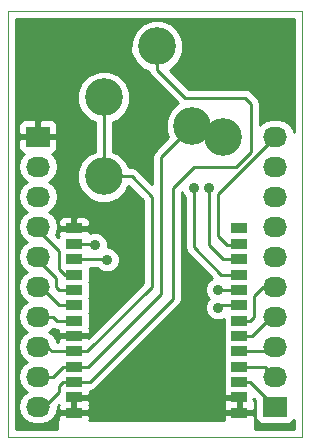
<source format=gbr>
%FSLAX46Y46*%
G04 Gerber Fmt 4.6, Leading zero omitted, Abs format (unit mm)*
G04 Created by KiCad (PCBNEW (2014-jul-16 BZR unknown)-product) date Thu 25 Sep 2014 17:50:32 CEST*
%MOMM*%
G01*
G04 APERTURE LIST*
%ADD10C,0.150000*%
%ADD11C,0.100000*%
%ADD12C,3.200400*%
%ADD13R,2.032000X1.727200*%
%ADD14O,2.032000X1.727200*%
%ADD15R,1.400000X0.900000*%
%ADD16C,0.889000*%
%ADD17C,0.254000*%
G04 APERTURE END LIST*
D10*
D11*
X208534000Y-165354000D02*
X208534000Y-129286000D01*
X233426000Y-165354000D02*
X208534000Y-165354000D01*
X233426000Y-129286000D02*
X233426000Y-165354000D01*
X208534000Y-129286000D02*
X233426000Y-129286000D01*
D12*
X221142560Y-132313680D03*
X216641680Y-136613900D03*
X216641680Y-143314420D03*
X224142300Y-139014200D03*
X226743260Y-140014960D03*
D13*
X231140000Y-162814000D03*
D14*
X231140000Y-160274000D03*
X231140000Y-157734000D03*
X231140000Y-155194000D03*
X231140000Y-152654000D03*
X231140000Y-150114000D03*
X231140000Y-147574000D03*
X231140000Y-145034000D03*
X231140000Y-142494000D03*
X231140000Y-139954000D03*
D13*
X211074000Y-139954000D03*
D14*
X211074000Y-142494000D03*
X211074000Y-145034000D03*
X211074000Y-147574000D03*
X211074000Y-150114000D03*
X211074000Y-152654000D03*
X211074000Y-155194000D03*
X211074000Y-157734000D03*
X211074000Y-160274000D03*
X211074000Y-162814000D03*
D15*
X214122000Y-163322000D03*
X214122000Y-162022000D03*
X214122000Y-160722000D03*
X214122000Y-159422000D03*
X214122000Y-158122000D03*
X214122000Y-156822000D03*
X214122000Y-155522000D03*
X214122000Y-154222000D03*
X214122000Y-152922000D03*
X214122000Y-151622000D03*
X214122000Y-150322000D03*
X214122000Y-149022000D03*
X214122000Y-147722000D03*
X228122000Y-147722000D03*
X228122000Y-149022000D03*
X228122000Y-150322000D03*
X228122000Y-151622000D03*
X228122000Y-152922000D03*
X228122000Y-154222000D03*
X228122000Y-155522000D03*
X228122000Y-156822000D03*
X228122000Y-158122000D03*
X228122000Y-159422000D03*
X228122000Y-160722000D03*
X228122000Y-162022000D03*
X228122000Y-163322000D03*
D16*
X226314000Y-154432000D03*
X226314000Y-152908000D03*
X224282000Y-144272000D03*
X225552000Y-144272000D03*
X215900000Y-149098000D03*
X216916000Y-150368000D03*
D17*
X210820000Y-162814000D02*
X211582000Y-162814000D01*
X211582000Y-162814000D02*
X212852000Y-161544000D01*
X212852000Y-161544000D02*
X212852000Y-161036000D01*
X212852000Y-161036000D02*
X213166000Y-160722000D01*
X213166000Y-160722000D02*
X214122000Y-160722000D01*
X215392000Y-160722000D02*
X215452000Y-160722000D01*
X215452000Y-160722000D02*
X222504000Y-153670000D01*
X222504000Y-153670000D02*
X222504000Y-144272000D01*
X222504000Y-144272000D02*
X223012000Y-143764000D01*
X221142560Y-132313680D02*
X221142560Y-134274560D01*
X223520000Y-136652000D02*
X228600000Y-136652000D01*
X221142560Y-134274560D02*
X223520000Y-136652000D01*
X224282000Y-142494000D02*
X227838000Y-142494000D01*
X223012000Y-143764000D02*
X224282000Y-142494000D01*
X228600000Y-136652000D02*
X229108000Y-137160000D01*
X229108000Y-137160000D02*
X229108000Y-141224000D01*
X229108000Y-141224000D02*
X227838000Y-142494000D01*
X215392000Y-160722000D02*
X214122000Y-160722000D01*
X214062000Y-160782000D02*
X214122000Y-160722000D01*
X210820000Y-157734000D02*
X211836000Y-157734000D01*
X211836000Y-157734000D02*
X212224000Y-158122000D01*
X212224000Y-158122000D02*
X214122000Y-158122000D01*
X213480000Y-158122000D02*
X214122000Y-158122000D01*
X214122000Y-158122000D02*
X215258000Y-158122000D01*
X215258000Y-158122000D02*
X220726000Y-152654000D01*
X219006420Y-143314420D02*
X216641680Y-143314420D01*
X220726000Y-145034000D02*
X219006420Y-143314420D01*
X220726000Y-152654000D02*
X220726000Y-145034000D01*
X216641680Y-136613900D02*
X216641680Y-143314420D01*
X216408000Y-143548100D02*
X216641680Y-143314420D01*
X214002000Y-158242000D02*
X214122000Y-158122000D01*
X210820000Y-160274000D02*
X212344000Y-160274000D01*
X212344000Y-160274000D02*
X213196000Y-159422000D01*
X213196000Y-159422000D02*
X214122000Y-159422000D01*
X213450000Y-159422000D02*
X214122000Y-159422000D01*
X224142300Y-139014200D02*
X225742500Y-139014200D01*
X225742500Y-139014200D02*
X226743260Y-140014960D01*
X214122000Y-159422000D02*
X215302000Y-159422000D01*
X221488000Y-141668500D02*
X224142300Y-139014200D01*
X221488000Y-153236000D02*
X221488000Y-141668500D01*
X215302000Y-159422000D02*
X221488000Y-153236000D01*
X224142300Y-139014200D02*
X223088200Y-139014200D01*
X229048000Y-160722000D02*
X231140000Y-162814000D01*
X228122000Y-160722000D02*
X229048000Y-160722000D01*
X230288000Y-159422000D02*
X231140000Y-160274000D01*
X228122000Y-159422000D02*
X230288000Y-159422000D01*
X230752000Y-158122000D02*
X231140000Y-157734000D01*
X228122000Y-158122000D02*
X230752000Y-158122000D01*
X229212000Y-156822000D02*
X230840000Y-155194000D01*
X230840000Y-155194000D02*
X231140000Y-155194000D01*
X228122000Y-156822000D02*
X229212000Y-156822000D01*
X230124000Y-152654000D02*
X231140000Y-152654000D01*
X228122000Y-155522000D02*
X229034000Y-155522000D01*
X229362000Y-153416000D02*
X230124000Y-152654000D01*
X229362000Y-155194000D02*
X229362000Y-153416000D01*
X229034000Y-155522000D02*
X229362000Y-155194000D01*
X226314000Y-154432000D02*
X226524000Y-154222000D01*
X226524000Y-154222000D02*
X228122000Y-154222000D01*
X226314000Y-152908000D02*
X226328000Y-152922000D01*
X226328000Y-152922000D02*
X228122000Y-152922000D01*
X228122000Y-151622000D02*
X226584000Y-151622000D01*
X224282000Y-149320000D02*
X224282000Y-144272000D01*
X226584000Y-151622000D02*
X224282000Y-149320000D01*
X230378000Y-142494000D02*
X231140000Y-142494000D01*
X228122000Y-150322000D02*
X226776000Y-150322000D01*
X225552000Y-149098000D02*
X225552000Y-144272000D01*
X226776000Y-150322000D02*
X225552000Y-149098000D01*
X227076000Y-149098000D02*
X228046000Y-149098000D01*
X228046000Y-149098000D02*
X228122000Y-149022000D01*
X231140000Y-139954000D02*
X226314000Y-144780000D01*
X226314000Y-148336000D02*
X227076000Y-149098000D01*
X226314000Y-144780000D02*
X226314000Y-148336000D01*
X215824000Y-149022000D02*
X214122000Y-149022000D01*
X214122000Y-149022000D02*
X213538000Y-149022000D01*
X215900000Y-149098000D02*
X215824000Y-149022000D01*
X214122000Y-150322000D02*
X216870000Y-150322000D01*
X216870000Y-150322000D02*
X216916000Y-150368000D01*
X211836000Y-148590000D02*
X212852000Y-149606000D01*
X212852000Y-149606000D02*
X212852000Y-151130000D01*
X211836000Y-148590000D02*
X210820000Y-147574000D01*
X212852000Y-151130000D02*
X213344000Y-151622000D01*
X214122000Y-151622000D02*
X213344000Y-151622000D01*
X214106000Y-151638000D02*
X214122000Y-151622000D01*
X210820000Y-150114000D02*
X212598000Y-151892000D01*
X210820000Y-150114000D02*
X211328000Y-150114000D01*
X212598000Y-151892000D02*
X212598000Y-152146000D01*
X212598000Y-152654000D02*
X212598000Y-152146000D01*
X212866000Y-152922000D02*
X214122000Y-152922000D01*
X212598000Y-152654000D02*
X212866000Y-152922000D01*
X214108000Y-152908000D02*
X214122000Y-152922000D01*
X212852000Y-154178000D02*
X214078000Y-154178000D01*
X214078000Y-154178000D02*
X214122000Y-154222000D01*
X210820000Y-152654000D02*
X211328000Y-152654000D01*
X211328000Y-152654000D02*
X212852000Y-154178000D01*
X212672000Y-155522000D02*
X214122000Y-155522000D01*
X214122000Y-155522000D02*
X213286000Y-155522000D01*
X210820000Y-155194000D02*
X212344000Y-155194000D01*
X212344000Y-155194000D02*
X212672000Y-155522000D01*
G36*
X232741000Y-164669000D02*
X229489000Y-164669000D01*
X229489000Y-163957000D01*
X229432689Y-163957000D01*
X229457000Y-163898310D01*
X229457000Y-163645691D01*
X229457000Y-163607750D01*
X229298250Y-163449000D01*
X228249000Y-163449000D01*
X228249000Y-163469000D01*
X227995000Y-163469000D01*
X227995000Y-163449000D01*
X227995000Y-163195000D01*
X227995000Y-162948250D01*
X227995000Y-162395750D01*
X227995000Y-162149000D01*
X226945750Y-162149000D01*
X226787000Y-162307750D01*
X226787000Y-162345691D01*
X226787000Y-162598310D01*
X226817523Y-162672000D01*
X226787000Y-162745690D01*
X226787000Y-162998309D01*
X226787000Y-163036250D01*
X226945750Y-163195000D01*
X227995000Y-163195000D01*
X227995000Y-163449000D01*
X226945750Y-163449000D01*
X226787000Y-163607750D01*
X226787000Y-163645691D01*
X226787000Y-163898310D01*
X226811310Y-163957000D01*
X215432689Y-163957000D01*
X215457000Y-163898310D01*
X215457000Y-163645691D01*
X215457000Y-163607750D01*
X215457000Y-163036250D01*
X215457000Y-162998309D01*
X215457000Y-162745690D01*
X215426476Y-162672000D01*
X215457000Y-162598310D01*
X215457000Y-162345691D01*
X215457000Y-162307750D01*
X215298250Y-162149000D01*
X214249000Y-162149000D01*
X214249000Y-162395750D01*
X214249000Y-162948250D01*
X214249000Y-163195000D01*
X215298250Y-163195000D01*
X215457000Y-163036250D01*
X215457000Y-163607750D01*
X215298250Y-163449000D01*
X214249000Y-163449000D01*
X214249000Y-163469000D01*
X213995000Y-163469000D01*
X213995000Y-163449000D01*
X212945750Y-163449000D01*
X212787000Y-163607750D01*
X212787000Y-163645691D01*
X212787000Y-163898310D01*
X212811310Y-163957000D01*
X212725000Y-163957000D01*
X212725000Y-164669000D01*
X209219000Y-164669000D01*
X209219000Y-129971000D01*
X232741000Y-129971000D01*
X232741000Y-139540023D01*
X232709271Y-139380511D01*
X232384415Y-138894330D01*
X231898234Y-138569474D01*
X231324745Y-138455400D01*
X230955255Y-138455400D01*
X230381766Y-138569474D01*
X229895585Y-138894330D01*
X229870000Y-138932620D01*
X229870000Y-137160000D01*
X229811996Y-136868395D01*
X229646815Y-136621185D01*
X229646815Y-136621184D01*
X229138815Y-136113185D01*
X228891605Y-135948004D01*
X228600000Y-135890000D01*
X223835630Y-135890000D01*
X222228923Y-134283293D01*
X222407045Y-134209695D01*
X223036365Y-133581472D01*
X223377371Y-132760239D01*
X223378147Y-131871022D01*
X223038575Y-131049195D01*
X222410352Y-130419875D01*
X221589119Y-130078869D01*
X220699902Y-130078093D01*
X219878075Y-130417665D01*
X219248755Y-131045888D01*
X218907749Y-131867121D01*
X218906973Y-132756338D01*
X219246545Y-133578165D01*
X219874768Y-134207485D01*
X220411554Y-134430378D01*
X220438564Y-134566165D01*
X220603745Y-134813375D01*
X222899567Y-137109197D01*
X222877815Y-137118185D01*
X222248495Y-137746408D01*
X221907489Y-138567641D01*
X221906713Y-139456858D01*
X222115853Y-139963016D01*
X220949185Y-141129685D01*
X220784004Y-141376895D01*
X220726000Y-141668500D01*
X220726000Y-143956369D01*
X219545235Y-142775605D01*
X219298025Y-142610424D01*
X219006420Y-142552420D01*
X218745317Y-142552420D01*
X218537695Y-142049935D01*
X217909472Y-141420615D01*
X217403680Y-141210591D01*
X217403680Y-138717537D01*
X217906165Y-138509915D01*
X218535485Y-137881692D01*
X218876491Y-137060459D01*
X218877267Y-136171242D01*
X218537695Y-135349415D01*
X217909472Y-134720095D01*
X217088239Y-134379089D01*
X216199022Y-134378313D01*
X215377195Y-134717885D01*
X214747875Y-135346108D01*
X214406869Y-136167341D01*
X214406093Y-137056558D01*
X214745665Y-137878385D01*
X215373888Y-138507705D01*
X215879680Y-138717728D01*
X215879680Y-141210782D01*
X215377195Y-141418405D01*
X214747875Y-142046628D01*
X214406869Y-142867861D01*
X214406093Y-143757078D01*
X214745665Y-144578905D01*
X215373888Y-145208225D01*
X216195121Y-145549231D01*
X217084338Y-145550007D01*
X217906165Y-145210435D01*
X218535485Y-144582212D01*
X218729453Y-144115083D01*
X219964000Y-145349630D01*
X219964000Y-152338369D01*
X215325809Y-156976559D01*
X215298250Y-156949000D01*
X214249000Y-156949000D01*
X214249000Y-156969000D01*
X213995000Y-156969000D01*
X213995000Y-156949000D01*
X212945750Y-156949000D01*
X212787000Y-157107750D01*
X212787000Y-157145691D01*
X212787000Y-157360000D01*
X212682951Y-157360000D01*
X212643271Y-157160511D01*
X212318415Y-156674330D01*
X212003634Y-156464000D01*
X212318415Y-156253670D01*
X212350329Y-156205906D01*
X212380395Y-156225996D01*
X212672000Y-156284000D01*
X212787000Y-156284000D01*
X212787000Y-156498309D01*
X212787000Y-156536250D01*
X212945750Y-156695000D01*
X213995000Y-156695000D01*
X213995000Y-156675000D01*
X214249000Y-156675000D01*
X214249000Y-156695000D01*
X215298250Y-156695000D01*
X215457000Y-156536250D01*
X215457000Y-156498309D01*
X215457000Y-156245690D01*
X215426476Y-156172000D01*
X215457000Y-156098310D01*
X215457000Y-155845691D01*
X215457000Y-154945691D01*
X215426476Y-154872000D01*
X215457000Y-154798310D01*
X215457000Y-154545691D01*
X215457000Y-153645691D01*
X215426476Y-153572000D01*
X215457000Y-153498310D01*
X215457000Y-153245691D01*
X215457000Y-152345691D01*
X215426476Y-152272000D01*
X215457000Y-152198310D01*
X215457000Y-151945691D01*
X215457000Y-151084000D01*
X216105438Y-151084000D01*
X216303714Y-151282622D01*
X216700332Y-151447313D01*
X217129784Y-151447687D01*
X217526689Y-151283689D01*
X217830622Y-150980286D01*
X217995313Y-150583668D01*
X217995687Y-150154216D01*
X217831689Y-149757311D01*
X217528286Y-149453378D01*
X217131668Y-149288687D01*
X216979334Y-149288554D01*
X216979687Y-148884216D01*
X216815689Y-148487311D01*
X216512286Y-148183378D01*
X216115668Y-148018687D01*
X215686216Y-148018313D01*
X215457000Y-148113023D01*
X215457000Y-148045691D01*
X215457000Y-148007750D01*
X215457000Y-147436250D01*
X215457000Y-147398309D01*
X215457000Y-147145690D01*
X215360327Y-146912301D01*
X215181698Y-146733673D01*
X214948309Y-146637000D01*
X214407750Y-146637000D01*
X214249000Y-146795750D01*
X214249000Y-147595000D01*
X215298250Y-147595000D01*
X215457000Y-147436250D01*
X215457000Y-148007750D01*
X215298250Y-147849000D01*
X214249000Y-147849000D01*
X214249000Y-147869000D01*
X213995000Y-147869000D01*
X213995000Y-147849000D01*
X213995000Y-147595000D01*
X213995000Y-146795750D01*
X213836250Y-146637000D01*
X213295691Y-146637000D01*
X213062302Y-146733673D01*
X212883673Y-146912301D01*
X212787000Y-147145690D01*
X212787000Y-147398309D01*
X212787000Y-147436250D01*
X212945750Y-147595000D01*
X213995000Y-147595000D01*
X213995000Y-147849000D01*
X212945750Y-147849000D01*
X212787000Y-148007750D01*
X212787000Y-148045691D01*
X212787000Y-148298310D01*
X212817523Y-148372000D01*
X212787000Y-148445690D01*
X212787000Y-148463370D01*
X212574316Y-148250686D01*
X212643271Y-148147489D01*
X212757345Y-147574000D01*
X212643271Y-147000511D01*
X212318415Y-146514330D01*
X212003634Y-146304000D01*
X212318415Y-146093670D01*
X212643271Y-145607489D01*
X212757345Y-145034000D01*
X212643271Y-144460511D01*
X212318415Y-143974330D01*
X212003634Y-143764000D01*
X212318415Y-143553670D01*
X212643271Y-143067489D01*
X212757345Y-142494000D01*
X212643271Y-141920511D01*
X212318415Y-141434330D01*
X212296220Y-141419500D01*
X212449699Y-141355927D01*
X212628327Y-141177298D01*
X212725000Y-140943909D01*
X212725000Y-140239750D01*
X212725000Y-139668250D01*
X212725000Y-138964091D01*
X212628327Y-138730702D01*
X212449699Y-138552073D01*
X212216310Y-138455400D01*
X211963691Y-138455400D01*
X211359750Y-138455400D01*
X211201000Y-138614150D01*
X211201000Y-139827000D01*
X212566250Y-139827000D01*
X212725000Y-139668250D01*
X212725000Y-140239750D01*
X212566250Y-140081000D01*
X211201000Y-140081000D01*
X211201000Y-140101000D01*
X210947000Y-140101000D01*
X210947000Y-140081000D01*
X210947000Y-139827000D01*
X210947000Y-138614150D01*
X210788250Y-138455400D01*
X210184309Y-138455400D01*
X209931690Y-138455400D01*
X209698301Y-138552073D01*
X209519673Y-138730702D01*
X209423000Y-138964091D01*
X209423000Y-139668250D01*
X209581750Y-139827000D01*
X210947000Y-139827000D01*
X210947000Y-140081000D01*
X209581750Y-140081000D01*
X209423000Y-140239750D01*
X209423000Y-140943909D01*
X209519673Y-141177298D01*
X209698301Y-141355927D01*
X209851779Y-141419500D01*
X209829585Y-141434330D01*
X209504729Y-141920511D01*
X209390655Y-142494000D01*
X209504729Y-143067489D01*
X209829585Y-143553670D01*
X210144365Y-143764000D01*
X209829585Y-143974330D01*
X209504729Y-144460511D01*
X209390655Y-145034000D01*
X209504729Y-145607489D01*
X209829585Y-146093670D01*
X210144365Y-146304000D01*
X209829585Y-146514330D01*
X209504729Y-147000511D01*
X209390655Y-147574000D01*
X209504729Y-148147489D01*
X209829585Y-148633670D01*
X210144365Y-148844000D01*
X209829585Y-149054330D01*
X209504729Y-149540511D01*
X209390655Y-150114000D01*
X209504729Y-150687489D01*
X209829585Y-151173670D01*
X210144365Y-151384000D01*
X209829585Y-151594330D01*
X209504729Y-152080511D01*
X209390655Y-152654000D01*
X209504729Y-153227489D01*
X209829585Y-153713670D01*
X210144365Y-153924000D01*
X209829585Y-154134330D01*
X209504729Y-154620511D01*
X209390655Y-155194000D01*
X209504729Y-155767489D01*
X209829585Y-156253670D01*
X210144365Y-156464000D01*
X209829585Y-156674330D01*
X209504729Y-157160511D01*
X209390655Y-157734000D01*
X209504729Y-158307489D01*
X209829585Y-158793670D01*
X210144365Y-159004000D01*
X209829585Y-159214330D01*
X209504729Y-159700511D01*
X209390655Y-160274000D01*
X209504729Y-160847489D01*
X209829585Y-161333670D01*
X210144365Y-161544000D01*
X209829585Y-161754330D01*
X209504729Y-162240511D01*
X209390655Y-162814000D01*
X209504729Y-163387489D01*
X209829585Y-163873670D01*
X210315766Y-164198526D01*
X210889255Y-164312600D01*
X211258745Y-164312600D01*
X211832234Y-164198526D01*
X212318415Y-163873670D01*
X212643271Y-163387489D01*
X212757345Y-162814000D01*
X212741133Y-162732497D01*
X212812868Y-162660762D01*
X212817523Y-162672000D01*
X212787000Y-162745690D01*
X212787000Y-162998309D01*
X212787000Y-163036250D01*
X212945750Y-163195000D01*
X213995000Y-163195000D01*
X213995000Y-162948250D01*
X213995000Y-162395750D01*
X213995000Y-162149000D01*
X213975000Y-162149000D01*
X213975000Y-161895000D01*
X213995000Y-161895000D01*
X213995000Y-161875000D01*
X214249000Y-161875000D01*
X214249000Y-161895000D01*
X215298250Y-161895000D01*
X215457000Y-161736250D01*
X215457000Y-161698309D01*
X215457000Y-161483005D01*
X215743604Y-161425996D01*
X215743605Y-161425996D01*
X215990815Y-161260815D01*
X223042815Y-154208815D01*
X223207996Y-153961605D01*
X223265999Y-153670000D01*
X223266000Y-153670000D01*
X223266000Y-144639918D01*
X223366311Y-144882689D01*
X223520000Y-145036646D01*
X223520000Y-149320000D01*
X223578004Y-149611605D01*
X223743185Y-149858815D01*
X225825990Y-151941620D01*
X225703311Y-151992311D01*
X225399378Y-152295714D01*
X225234687Y-152692332D01*
X225234313Y-153121784D01*
X225398311Y-153518689D01*
X225549355Y-153669997D01*
X225399378Y-153819714D01*
X225234687Y-154216332D01*
X225234313Y-154645784D01*
X225398311Y-155042689D01*
X225701714Y-155346622D01*
X226098332Y-155511313D01*
X226527784Y-155511687D01*
X226787000Y-155404581D01*
X226787000Y-156098309D01*
X226817523Y-156171999D01*
X226787000Y-156245690D01*
X226787000Y-156498309D01*
X226787000Y-157398309D01*
X226817523Y-157471999D01*
X226787000Y-157545690D01*
X226787000Y-157798309D01*
X226787000Y-158698309D01*
X226817523Y-158771999D01*
X226787000Y-158845690D01*
X226787000Y-159098309D01*
X226787000Y-159998309D01*
X226817523Y-160071999D01*
X226787000Y-160145690D01*
X226787000Y-160398309D01*
X226787000Y-161298309D01*
X226817523Y-161371999D01*
X226787000Y-161445690D01*
X226787000Y-161698309D01*
X226787000Y-161736250D01*
X226945750Y-161895000D01*
X227995000Y-161895000D01*
X227995000Y-161875000D01*
X228249000Y-161875000D01*
X228249000Y-161895000D01*
X228269000Y-161895000D01*
X228269000Y-162149000D01*
X228249000Y-162149000D01*
X228249000Y-162395750D01*
X228249000Y-162948250D01*
X228249000Y-163195000D01*
X229298250Y-163195000D01*
X229457000Y-163036250D01*
X229457000Y-162998309D01*
X229457000Y-162745690D01*
X229426476Y-162672000D01*
X229457000Y-162598310D01*
X229457000Y-162345691D01*
X229457000Y-162307750D01*
X229298252Y-162149002D01*
X229397371Y-162149002D01*
X229489000Y-162240630D01*
X229489000Y-163803909D01*
X229585673Y-164037298D01*
X229764301Y-164215927D01*
X229997690Y-164312600D01*
X230250309Y-164312600D01*
X232282309Y-164312600D01*
X232515698Y-164215927D01*
X232694327Y-164037299D01*
X232741000Y-163924620D01*
X232741000Y-164669000D01*
X232741000Y-164669000D01*
G37*
X232741000Y-164669000D02*
X229489000Y-164669000D01*
X229489000Y-163957000D01*
X229432689Y-163957000D01*
X229457000Y-163898310D01*
X229457000Y-163645691D01*
X229457000Y-163607750D01*
X229298250Y-163449000D01*
X228249000Y-163449000D01*
X228249000Y-163469000D01*
X227995000Y-163469000D01*
X227995000Y-163449000D01*
X227995000Y-163195000D01*
X227995000Y-162948250D01*
X227995000Y-162395750D01*
X227995000Y-162149000D01*
X226945750Y-162149000D01*
X226787000Y-162307750D01*
X226787000Y-162345691D01*
X226787000Y-162598310D01*
X226817523Y-162672000D01*
X226787000Y-162745690D01*
X226787000Y-162998309D01*
X226787000Y-163036250D01*
X226945750Y-163195000D01*
X227995000Y-163195000D01*
X227995000Y-163449000D01*
X226945750Y-163449000D01*
X226787000Y-163607750D01*
X226787000Y-163645691D01*
X226787000Y-163898310D01*
X226811310Y-163957000D01*
X215432689Y-163957000D01*
X215457000Y-163898310D01*
X215457000Y-163645691D01*
X215457000Y-163607750D01*
X215457000Y-163036250D01*
X215457000Y-162998309D01*
X215457000Y-162745690D01*
X215426476Y-162672000D01*
X215457000Y-162598310D01*
X215457000Y-162345691D01*
X215457000Y-162307750D01*
X215298250Y-162149000D01*
X214249000Y-162149000D01*
X214249000Y-162395750D01*
X214249000Y-162948250D01*
X214249000Y-163195000D01*
X215298250Y-163195000D01*
X215457000Y-163036250D01*
X215457000Y-163607750D01*
X215298250Y-163449000D01*
X214249000Y-163449000D01*
X214249000Y-163469000D01*
X213995000Y-163469000D01*
X213995000Y-163449000D01*
X212945750Y-163449000D01*
X212787000Y-163607750D01*
X212787000Y-163645691D01*
X212787000Y-163898310D01*
X212811310Y-163957000D01*
X212725000Y-163957000D01*
X212725000Y-164669000D01*
X209219000Y-164669000D01*
X209219000Y-129971000D01*
X232741000Y-129971000D01*
X232741000Y-139540023D01*
X232709271Y-139380511D01*
X232384415Y-138894330D01*
X231898234Y-138569474D01*
X231324745Y-138455400D01*
X230955255Y-138455400D01*
X230381766Y-138569474D01*
X229895585Y-138894330D01*
X229870000Y-138932620D01*
X229870000Y-137160000D01*
X229811996Y-136868395D01*
X229646815Y-136621185D01*
X229646815Y-136621184D01*
X229138815Y-136113185D01*
X228891605Y-135948004D01*
X228600000Y-135890000D01*
X223835630Y-135890000D01*
X222228923Y-134283293D01*
X222407045Y-134209695D01*
X223036365Y-133581472D01*
X223377371Y-132760239D01*
X223378147Y-131871022D01*
X223038575Y-131049195D01*
X222410352Y-130419875D01*
X221589119Y-130078869D01*
X220699902Y-130078093D01*
X219878075Y-130417665D01*
X219248755Y-131045888D01*
X218907749Y-131867121D01*
X218906973Y-132756338D01*
X219246545Y-133578165D01*
X219874768Y-134207485D01*
X220411554Y-134430378D01*
X220438564Y-134566165D01*
X220603745Y-134813375D01*
X222899567Y-137109197D01*
X222877815Y-137118185D01*
X222248495Y-137746408D01*
X221907489Y-138567641D01*
X221906713Y-139456858D01*
X222115853Y-139963016D01*
X220949185Y-141129685D01*
X220784004Y-141376895D01*
X220726000Y-141668500D01*
X220726000Y-143956369D01*
X219545235Y-142775605D01*
X219298025Y-142610424D01*
X219006420Y-142552420D01*
X218745317Y-142552420D01*
X218537695Y-142049935D01*
X217909472Y-141420615D01*
X217403680Y-141210591D01*
X217403680Y-138717537D01*
X217906165Y-138509915D01*
X218535485Y-137881692D01*
X218876491Y-137060459D01*
X218877267Y-136171242D01*
X218537695Y-135349415D01*
X217909472Y-134720095D01*
X217088239Y-134379089D01*
X216199022Y-134378313D01*
X215377195Y-134717885D01*
X214747875Y-135346108D01*
X214406869Y-136167341D01*
X214406093Y-137056558D01*
X214745665Y-137878385D01*
X215373888Y-138507705D01*
X215879680Y-138717728D01*
X215879680Y-141210782D01*
X215377195Y-141418405D01*
X214747875Y-142046628D01*
X214406869Y-142867861D01*
X214406093Y-143757078D01*
X214745665Y-144578905D01*
X215373888Y-145208225D01*
X216195121Y-145549231D01*
X217084338Y-145550007D01*
X217906165Y-145210435D01*
X218535485Y-144582212D01*
X218729453Y-144115083D01*
X219964000Y-145349630D01*
X219964000Y-152338369D01*
X215325809Y-156976559D01*
X215298250Y-156949000D01*
X214249000Y-156949000D01*
X214249000Y-156969000D01*
X213995000Y-156969000D01*
X213995000Y-156949000D01*
X212945750Y-156949000D01*
X212787000Y-157107750D01*
X212787000Y-157145691D01*
X212787000Y-157360000D01*
X212682951Y-157360000D01*
X212643271Y-157160511D01*
X212318415Y-156674330D01*
X212003634Y-156464000D01*
X212318415Y-156253670D01*
X212350329Y-156205906D01*
X212380395Y-156225996D01*
X212672000Y-156284000D01*
X212787000Y-156284000D01*
X212787000Y-156498309D01*
X212787000Y-156536250D01*
X212945750Y-156695000D01*
X213995000Y-156695000D01*
X213995000Y-156675000D01*
X214249000Y-156675000D01*
X214249000Y-156695000D01*
X215298250Y-156695000D01*
X215457000Y-156536250D01*
X215457000Y-156498309D01*
X215457000Y-156245690D01*
X215426476Y-156172000D01*
X215457000Y-156098310D01*
X215457000Y-155845691D01*
X215457000Y-154945691D01*
X215426476Y-154872000D01*
X215457000Y-154798310D01*
X215457000Y-154545691D01*
X215457000Y-153645691D01*
X215426476Y-153572000D01*
X215457000Y-153498310D01*
X215457000Y-153245691D01*
X215457000Y-152345691D01*
X215426476Y-152272000D01*
X215457000Y-152198310D01*
X215457000Y-151945691D01*
X215457000Y-151084000D01*
X216105438Y-151084000D01*
X216303714Y-151282622D01*
X216700332Y-151447313D01*
X217129784Y-151447687D01*
X217526689Y-151283689D01*
X217830622Y-150980286D01*
X217995313Y-150583668D01*
X217995687Y-150154216D01*
X217831689Y-149757311D01*
X217528286Y-149453378D01*
X217131668Y-149288687D01*
X216979334Y-149288554D01*
X216979687Y-148884216D01*
X216815689Y-148487311D01*
X216512286Y-148183378D01*
X216115668Y-148018687D01*
X215686216Y-148018313D01*
X215457000Y-148113023D01*
X215457000Y-148045691D01*
X215457000Y-148007750D01*
X215457000Y-147436250D01*
X215457000Y-147398309D01*
X215457000Y-147145690D01*
X215360327Y-146912301D01*
X215181698Y-146733673D01*
X214948309Y-146637000D01*
X214407750Y-146637000D01*
X214249000Y-146795750D01*
X214249000Y-147595000D01*
X215298250Y-147595000D01*
X215457000Y-147436250D01*
X215457000Y-148007750D01*
X215298250Y-147849000D01*
X214249000Y-147849000D01*
X214249000Y-147869000D01*
X213995000Y-147869000D01*
X213995000Y-147849000D01*
X213995000Y-147595000D01*
X213995000Y-146795750D01*
X213836250Y-146637000D01*
X213295691Y-146637000D01*
X213062302Y-146733673D01*
X212883673Y-146912301D01*
X212787000Y-147145690D01*
X212787000Y-147398309D01*
X212787000Y-147436250D01*
X212945750Y-147595000D01*
X213995000Y-147595000D01*
X213995000Y-147849000D01*
X212945750Y-147849000D01*
X212787000Y-148007750D01*
X212787000Y-148045691D01*
X212787000Y-148298310D01*
X212817523Y-148372000D01*
X212787000Y-148445690D01*
X212787000Y-148463370D01*
X212574316Y-148250686D01*
X212643271Y-148147489D01*
X212757345Y-147574000D01*
X212643271Y-147000511D01*
X212318415Y-146514330D01*
X212003634Y-146304000D01*
X212318415Y-146093670D01*
X212643271Y-145607489D01*
X212757345Y-145034000D01*
X212643271Y-144460511D01*
X212318415Y-143974330D01*
X212003634Y-143764000D01*
X212318415Y-143553670D01*
X212643271Y-143067489D01*
X212757345Y-142494000D01*
X212643271Y-141920511D01*
X212318415Y-141434330D01*
X212296220Y-141419500D01*
X212449699Y-141355927D01*
X212628327Y-141177298D01*
X212725000Y-140943909D01*
X212725000Y-140239750D01*
X212725000Y-139668250D01*
X212725000Y-138964091D01*
X212628327Y-138730702D01*
X212449699Y-138552073D01*
X212216310Y-138455400D01*
X211963691Y-138455400D01*
X211359750Y-138455400D01*
X211201000Y-138614150D01*
X211201000Y-139827000D01*
X212566250Y-139827000D01*
X212725000Y-139668250D01*
X212725000Y-140239750D01*
X212566250Y-140081000D01*
X211201000Y-140081000D01*
X211201000Y-140101000D01*
X210947000Y-140101000D01*
X210947000Y-140081000D01*
X210947000Y-139827000D01*
X210947000Y-138614150D01*
X210788250Y-138455400D01*
X210184309Y-138455400D01*
X209931690Y-138455400D01*
X209698301Y-138552073D01*
X209519673Y-138730702D01*
X209423000Y-138964091D01*
X209423000Y-139668250D01*
X209581750Y-139827000D01*
X210947000Y-139827000D01*
X210947000Y-140081000D01*
X209581750Y-140081000D01*
X209423000Y-140239750D01*
X209423000Y-140943909D01*
X209519673Y-141177298D01*
X209698301Y-141355927D01*
X209851779Y-141419500D01*
X209829585Y-141434330D01*
X209504729Y-141920511D01*
X209390655Y-142494000D01*
X209504729Y-143067489D01*
X209829585Y-143553670D01*
X210144365Y-143764000D01*
X209829585Y-143974330D01*
X209504729Y-144460511D01*
X209390655Y-145034000D01*
X209504729Y-145607489D01*
X209829585Y-146093670D01*
X210144365Y-146304000D01*
X209829585Y-146514330D01*
X209504729Y-147000511D01*
X209390655Y-147574000D01*
X209504729Y-148147489D01*
X209829585Y-148633670D01*
X210144365Y-148844000D01*
X209829585Y-149054330D01*
X209504729Y-149540511D01*
X209390655Y-150114000D01*
X209504729Y-150687489D01*
X209829585Y-151173670D01*
X210144365Y-151384000D01*
X209829585Y-151594330D01*
X209504729Y-152080511D01*
X209390655Y-152654000D01*
X209504729Y-153227489D01*
X209829585Y-153713670D01*
X210144365Y-153924000D01*
X209829585Y-154134330D01*
X209504729Y-154620511D01*
X209390655Y-155194000D01*
X209504729Y-155767489D01*
X209829585Y-156253670D01*
X210144365Y-156464000D01*
X209829585Y-156674330D01*
X209504729Y-157160511D01*
X209390655Y-157734000D01*
X209504729Y-158307489D01*
X209829585Y-158793670D01*
X210144365Y-159004000D01*
X209829585Y-159214330D01*
X209504729Y-159700511D01*
X209390655Y-160274000D01*
X209504729Y-160847489D01*
X209829585Y-161333670D01*
X210144365Y-161544000D01*
X209829585Y-161754330D01*
X209504729Y-162240511D01*
X209390655Y-162814000D01*
X209504729Y-163387489D01*
X209829585Y-163873670D01*
X210315766Y-164198526D01*
X210889255Y-164312600D01*
X211258745Y-164312600D01*
X211832234Y-164198526D01*
X212318415Y-163873670D01*
X212643271Y-163387489D01*
X212757345Y-162814000D01*
X212741133Y-162732497D01*
X212812868Y-162660762D01*
X212817523Y-162672000D01*
X212787000Y-162745690D01*
X212787000Y-162998309D01*
X212787000Y-163036250D01*
X212945750Y-163195000D01*
X213995000Y-163195000D01*
X213995000Y-162948250D01*
X213995000Y-162395750D01*
X213995000Y-162149000D01*
X213975000Y-162149000D01*
X213975000Y-161895000D01*
X213995000Y-161895000D01*
X213995000Y-161875000D01*
X214249000Y-161875000D01*
X214249000Y-161895000D01*
X215298250Y-161895000D01*
X215457000Y-161736250D01*
X215457000Y-161698309D01*
X215457000Y-161483005D01*
X215743604Y-161425996D01*
X215743605Y-161425996D01*
X215990815Y-161260815D01*
X223042815Y-154208815D01*
X223207996Y-153961605D01*
X223265999Y-153670000D01*
X223266000Y-153670000D01*
X223266000Y-144639918D01*
X223366311Y-144882689D01*
X223520000Y-145036646D01*
X223520000Y-149320000D01*
X223578004Y-149611605D01*
X223743185Y-149858815D01*
X225825990Y-151941620D01*
X225703311Y-151992311D01*
X225399378Y-152295714D01*
X225234687Y-152692332D01*
X225234313Y-153121784D01*
X225398311Y-153518689D01*
X225549355Y-153669997D01*
X225399378Y-153819714D01*
X225234687Y-154216332D01*
X225234313Y-154645784D01*
X225398311Y-155042689D01*
X225701714Y-155346622D01*
X226098332Y-155511313D01*
X226527784Y-155511687D01*
X226787000Y-155404581D01*
X226787000Y-156098309D01*
X226817523Y-156171999D01*
X226787000Y-156245690D01*
X226787000Y-156498309D01*
X226787000Y-157398309D01*
X226817523Y-157471999D01*
X226787000Y-157545690D01*
X226787000Y-157798309D01*
X226787000Y-158698309D01*
X226817523Y-158771999D01*
X226787000Y-158845690D01*
X226787000Y-159098309D01*
X226787000Y-159998309D01*
X226817523Y-160071999D01*
X226787000Y-160145690D01*
X226787000Y-160398309D01*
X226787000Y-161298309D01*
X226817523Y-161371999D01*
X226787000Y-161445690D01*
X226787000Y-161698309D01*
X226787000Y-161736250D01*
X226945750Y-161895000D01*
X227995000Y-161895000D01*
X227995000Y-161875000D01*
X228249000Y-161875000D01*
X228249000Y-161895000D01*
X228269000Y-161895000D01*
X228269000Y-162149000D01*
X228249000Y-162149000D01*
X228249000Y-162395750D01*
X228249000Y-162948250D01*
X228249000Y-163195000D01*
X229298250Y-163195000D01*
X229457000Y-163036250D01*
X229457000Y-162998309D01*
X229457000Y-162745690D01*
X229426476Y-162672000D01*
X229457000Y-162598310D01*
X229457000Y-162345691D01*
X229457000Y-162307750D01*
X229298252Y-162149002D01*
X229397371Y-162149002D01*
X229489000Y-162240630D01*
X229489000Y-163803909D01*
X229585673Y-164037298D01*
X229764301Y-164215927D01*
X229997690Y-164312600D01*
X230250309Y-164312600D01*
X232282309Y-164312600D01*
X232515698Y-164215927D01*
X232694327Y-164037299D01*
X232741000Y-163924620D01*
X232741000Y-164669000D01*
M02*

</source>
